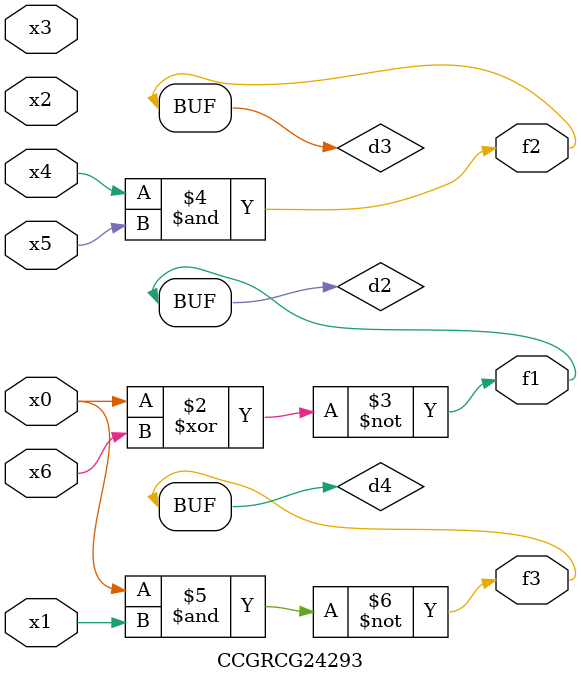
<source format=v>
module CCGRCG24293(
	input x0, x1, x2, x3, x4, x5, x6,
	output f1, f2, f3
);

	wire d1, d2, d3, d4;

	nor (d1, x0);
	xnor (d2, x0, x6);
	and (d3, x4, x5);
	nand (d4, x0, x1);
	assign f1 = d2;
	assign f2 = d3;
	assign f3 = d4;
endmodule

</source>
